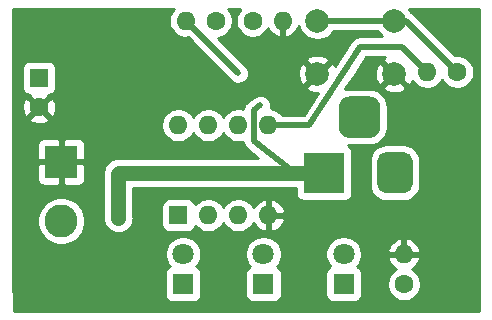
<source format=gbr>
G04 #@! TF.GenerationSoftware,KiCad,Pcbnew,(5.1.12-1-10_14)*
G04 #@! TF.CreationDate,2021-12-20T00:17:04-08:00*
G04 #@! TF.ProjectId,24h-timer-switch,3234682d-7469-46d6-9572-2d7377697463,1*
G04 #@! TF.SameCoordinates,Original*
G04 #@! TF.FileFunction,Copper,L2,Bot*
G04 #@! TF.FilePolarity,Positive*
%FSLAX46Y46*%
G04 Gerber Fmt 4.6, Leading zero omitted, Abs format (unit mm)*
G04 Created by KiCad (PCBNEW (5.1.12-1-10_14)) date 2021-12-20 00:17:04*
%MOMM*%
%LPD*%
G01*
G04 APERTURE LIST*
G04 #@! TA.AperFunction,ComponentPad*
%ADD10O,1.600000X1.600000*%
G04 #@! TD*
G04 #@! TA.AperFunction,ComponentPad*
%ADD11C,1.600000*%
G04 #@! TD*
G04 #@! TA.AperFunction,ComponentPad*
%ADD12C,1.800000*%
G04 #@! TD*
G04 #@! TA.AperFunction,ComponentPad*
%ADD13R,1.800000X1.800000*%
G04 #@! TD*
G04 #@! TA.AperFunction,ComponentPad*
%ADD14C,2.800000*%
G04 #@! TD*
G04 #@! TA.AperFunction,ComponentPad*
%ADD15R,2.800000X2.800000*%
G04 #@! TD*
G04 #@! TA.AperFunction,ComponentPad*
%ADD16R,1.600000X1.600000*%
G04 #@! TD*
G04 #@! TA.AperFunction,ComponentPad*
%ADD17C,2.000000*%
G04 #@! TD*
G04 #@! TA.AperFunction,ComponentPad*
%ADD18R,3.500000X3.500000*%
G04 #@! TD*
G04 #@! TA.AperFunction,ViaPad*
%ADD19C,0.508000*%
G04 #@! TD*
G04 #@! TA.AperFunction,ViaPad*
%ADD20C,1.270000*%
G04 #@! TD*
G04 #@! TA.AperFunction,Conductor*
%ADD21C,1.270000*%
G04 #@! TD*
G04 #@! TA.AperFunction,Conductor*
%ADD22C,0.508000*%
G04 #@! TD*
G04 #@! TA.AperFunction,Conductor*
%ADD23C,0.254000*%
G04 #@! TD*
G04 #@! TA.AperFunction,Conductor*
%ADD24C,0.152400*%
G04 #@! TD*
G04 APERTURE END LIST*
D10*
X139014200Y-71018400D03*
D11*
X136474200Y-71018400D03*
D12*
X144170400Y-90779600D03*
D13*
X144170400Y-93319600D03*
D12*
X137388600Y-90779600D03*
D13*
X137388600Y-93319600D03*
D12*
X130581400Y-90779600D03*
D13*
X130581400Y-93319600D03*
D14*
X120269000Y-87981800D03*
D15*
X120269000Y-82981800D03*
D10*
X130810000Y-71018400D03*
D11*
X133350000Y-71018400D03*
X118389400Y-78369800D03*
D16*
X118389400Y-75869800D03*
D10*
X130187700Y-79883000D03*
X137807700Y-87503000D03*
X132727700Y-79883000D03*
X135267700Y-87503000D03*
X135267700Y-79883000D03*
X132727700Y-87503000D03*
X137807700Y-79883000D03*
D16*
X130187700Y-87503000D03*
D17*
X148460600Y-71043800D03*
X148460600Y-75543800D03*
X141960600Y-71043800D03*
X141960600Y-75543800D03*
D10*
X149275800Y-90805000D03*
D11*
X149275800Y-93345000D03*
D10*
X151257000Y-75387200D03*
D11*
X153797000Y-75387200D03*
D18*
X142519400Y-83896200D03*
G04 #@! TA.AperFunction,ComponentPad*
G36*
G01*
X150019400Y-82896200D02*
X150019400Y-84896200D01*
G75*
G02*
X149269400Y-85646200I-750000J0D01*
G01*
X147769400Y-85646200D01*
G75*
G02*
X147019400Y-84896200I0J750000D01*
G01*
X147019400Y-82896200D01*
G75*
G02*
X147769400Y-82146200I750000J0D01*
G01*
X149269400Y-82146200D01*
G75*
G02*
X150019400Y-82896200I0J-750000D01*
G01*
G37*
G04 #@! TD.AperFunction*
G04 #@! TA.AperFunction,ComponentPad*
G36*
G01*
X147269400Y-78321200D02*
X147269400Y-80071200D01*
G75*
G02*
X146394400Y-80946200I-875000J0D01*
G01*
X144644400Y-80946200D01*
G75*
G02*
X143769400Y-80071200I0J875000D01*
G01*
X143769400Y-78321200D01*
G75*
G02*
X144644400Y-77446200I875000J0D01*
G01*
X146394400Y-77446200D01*
G75*
G02*
X147269400Y-78321200I0J-875000D01*
G01*
G37*
G04 #@! TD.AperFunction*
D19*
X129921000Y-77444600D03*
X122859800Y-78917800D03*
D20*
X129971800Y-73634600D03*
X125107700Y-87744300D03*
D19*
X137134600Y-78181200D03*
X135267700Y-75476100D03*
D21*
X142519400Y-83896200D02*
X125120400Y-83896200D01*
X125120400Y-83896200D02*
X125044200Y-83972400D01*
X125044200Y-87680800D02*
X125107700Y-87744300D01*
X125044200Y-83972400D02*
X125044200Y-87680800D01*
D22*
X140035426Y-83896200D02*
X142519400Y-83896200D01*
X136550400Y-81203800D02*
X140035426Y-83896200D01*
X136550400Y-78587600D02*
X136550400Y-81203800D01*
X137134600Y-78181200D02*
X136550400Y-78587600D01*
X135267700Y-75476100D02*
X130810000Y-71018400D01*
X135267700Y-75476100D02*
X135242300Y-75476100D01*
X149098000Y-73228200D02*
X151257000Y-75387200D01*
X145592800Y-73228200D02*
X149098000Y-73228200D01*
X141270412Y-79883000D02*
X145592800Y-73228200D01*
X137807700Y-79883000D02*
X141270412Y-79883000D01*
X130187700Y-87503000D02*
X130187700Y-87744300D01*
X141960600Y-71043800D02*
X148460600Y-71043800D01*
X141960600Y-71043800D02*
X144195800Y-71043800D01*
X149453600Y-71043800D02*
X148460600Y-71043800D01*
X153797000Y-75387200D02*
X149453600Y-71043800D01*
D23*
X129695363Y-70103641D02*
X129538320Y-70338673D01*
X129430147Y-70599826D01*
X129375000Y-70877065D01*
X129375000Y-71159735D01*
X129430147Y-71436974D01*
X129538320Y-71698127D01*
X129695363Y-71933159D01*
X129895241Y-72133037D01*
X130130273Y-72290080D01*
X130391426Y-72398253D01*
X130668665Y-72453400D01*
X130951335Y-72453400D01*
X130981721Y-72447356D01*
X134491270Y-75956906D01*
X134499547Y-75972391D01*
X134610641Y-76107759D01*
X134746009Y-76218853D01*
X134900449Y-76301403D01*
X135068026Y-76352236D01*
X135162004Y-76361492D01*
X135180141Y-76365100D01*
X135224040Y-76365100D01*
X135267700Y-76369400D01*
X135311360Y-76365100D01*
X135355259Y-76365100D01*
X135398309Y-76356537D01*
X135425375Y-76353871D01*
X135441975Y-76352236D01*
X135483963Y-76339499D01*
X135527012Y-76330936D01*
X135567557Y-76314141D01*
X135609551Y-76301403D01*
X135648257Y-76280714D01*
X135688799Y-76263921D01*
X135725285Y-76239542D01*
X135763991Y-76218853D01*
X135797915Y-76191012D01*
X135834404Y-76166631D01*
X135865436Y-76135599D01*
X135899359Y-76107759D01*
X135927199Y-76073836D01*
X135958231Y-76042804D01*
X135982612Y-76006315D01*
X136010453Y-75972391D01*
X136031142Y-75933685D01*
X136055521Y-75897199D01*
X136072314Y-75856657D01*
X136093003Y-75817951D01*
X136105741Y-75775957D01*
X136122536Y-75735412D01*
X136131099Y-75692363D01*
X136143836Y-75650374D01*
X136148137Y-75606709D01*
X136148199Y-75606395D01*
X140318882Y-75606395D01*
X140362639Y-75925475D01*
X140467805Y-76229888D01*
X140560786Y-76403844D01*
X140825187Y-76499608D01*
X141780995Y-75543800D01*
X140825187Y-74587992D01*
X140560786Y-74683756D01*
X140419896Y-74973371D01*
X140338216Y-75284908D01*
X140318882Y-75606395D01*
X136148199Y-75606395D01*
X136156700Y-75563659D01*
X136156700Y-75519767D01*
X136161001Y-75476100D01*
X136156700Y-75432433D01*
X136156700Y-75388541D01*
X136148137Y-75345491D01*
X136143836Y-75301826D01*
X136131099Y-75259837D01*
X136122536Y-75216788D01*
X136105741Y-75176243D01*
X136093003Y-75134249D01*
X136072314Y-75095543D01*
X136055521Y-75055001D01*
X136031142Y-75018515D01*
X136010453Y-74979809D01*
X135982612Y-74945885D01*
X135958231Y-74909396D01*
X135927199Y-74878364D01*
X135899359Y-74844441D01*
X135865442Y-74816606D01*
X135457223Y-74408387D01*
X141004792Y-74408387D01*
X141960600Y-75364195D01*
X142916408Y-74408387D01*
X142820644Y-74143986D01*
X142531029Y-74003096D01*
X142219492Y-73921416D01*
X141898005Y-73902082D01*
X141578925Y-73945839D01*
X141274512Y-74051005D01*
X141100556Y-74143986D01*
X141004792Y-74408387D01*
X135457223Y-74408387D01*
X133500427Y-72451591D01*
X133768574Y-72398253D01*
X134029727Y-72290080D01*
X134264759Y-72133037D01*
X134464637Y-71933159D01*
X134621680Y-71698127D01*
X134729853Y-71436974D01*
X134785000Y-71159735D01*
X134785000Y-70877065D01*
X134729853Y-70599826D01*
X134621680Y-70338673D01*
X134464637Y-70103641D01*
X134382446Y-70021450D01*
X135441754Y-70021450D01*
X135359563Y-70103641D01*
X135202520Y-70338673D01*
X135094347Y-70599826D01*
X135039200Y-70877065D01*
X135039200Y-71159735D01*
X135094347Y-71436974D01*
X135202520Y-71698127D01*
X135359563Y-71933159D01*
X135559441Y-72133037D01*
X135794473Y-72290080D01*
X136055626Y-72398253D01*
X136332865Y-72453400D01*
X136615535Y-72453400D01*
X136892774Y-72398253D01*
X137153927Y-72290080D01*
X137388959Y-72133037D01*
X137588837Y-71933159D01*
X137745880Y-71698127D01*
X137750557Y-71686835D01*
X137783163Y-71755820D01*
X137950681Y-71981814D01*
X138159069Y-72170785D01*
X138400319Y-72315470D01*
X138665160Y-72410309D01*
X138887200Y-72289024D01*
X138887200Y-71145400D01*
X138867200Y-71145400D01*
X138867200Y-70891400D01*
X138887200Y-70891400D01*
X138887200Y-70871400D01*
X139141200Y-70871400D01*
X139141200Y-70891400D01*
X139161200Y-70891400D01*
X139161200Y-71145400D01*
X139141200Y-71145400D01*
X139141200Y-72289024D01*
X139363240Y-72410309D01*
X139628081Y-72315470D01*
X139869331Y-72170785D01*
X140077719Y-71981814D01*
X140245237Y-71755820D01*
X140365446Y-71501487D01*
X140377019Y-71463333D01*
X140388432Y-71520712D01*
X140511682Y-71818263D01*
X140690613Y-72086052D01*
X140918348Y-72313787D01*
X141186137Y-72492718D01*
X141483688Y-72615968D01*
X141799567Y-72678800D01*
X142121633Y-72678800D01*
X142437512Y-72615968D01*
X142735063Y-72492718D01*
X143002852Y-72313787D01*
X143230587Y-72086052D01*
X143332987Y-71932800D01*
X147088213Y-71932800D01*
X147190613Y-72086052D01*
X147418348Y-72313787D01*
X147456381Y-72339200D01*
X145630666Y-72339200D01*
X145581174Y-72334975D01*
X145499934Y-72344046D01*
X145418526Y-72352064D01*
X145412937Y-72353759D01*
X145407137Y-72354407D01*
X145329231Y-72379151D01*
X145250949Y-72402897D01*
X145245799Y-72405650D01*
X145240235Y-72407417D01*
X145168633Y-72446896D01*
X145096509Y-72485447D01*
X145091996Y-72489151D01*
X145086883Y-72491970D01*
X145024351Y-72544665D01*
X144961141Y-72596541D01*
X144957437Y-72601054D01*
X144952973Y-72604816D01*
X144901919Y-72668703D01*
X144850047Y-72731909D01*
X144826631Y-72775718D01*
X143460669Y-74878768D01*
X143453395Y-74857712D01*
X143360414Y-74683756D01*
X143096013Y-74587992D01*
X142140205Y-75543800D01*
X142154348Y-75557943D01*
X141974743Y-75737548D01*
X141960600Y-75723405D01*
X141004792Y-76679213D01*
X141100556Y-76943614D01*
X141390171Y-77084504D01*
X141701708Y-77166184D01*
X141964688Y-77181999D01*
X140787768Y-78994000D01*
X138939549Y-78994000D01*
X138922337Y-78968241D01*
X138722459Y-78768363D01*
X138487427Y-78611320D01*
X138226274Y-78503147D01*
X137983495Y-78454855D01*
X137989436Y-78440512D01*
X137999631Y-78389261D01*
X138013849Y-78339015D01*
X138016666Y-78303616D01*
X138023600Y-78268759D01*
X138023600Y-78216502D01*
X138027743Y-78164449D01*
X138023600Y-78129178D01*
X138023600Y-78093641D01*
X138013406Y-78042395D01*
X138007314Y-77990527D01*
X137996369Y-77956740D01*
X137989436Y-77921888D01*
X137969437Y-77873607D01*
X137953345Y-77823933D01*
X137936021Y-77792935D01*
X137922421Y-77760101D01*
X137893394Y-77716658D01*
X137867915Y-77671068D01*
X137844871Y-77644039D01*
X137825131Y-77614496D01*
X137788183Y-77577548D01*
X137754302Y-77537808D01*
X137726431Y-77515796D01*
X137701304Y-77490669D01*
X137657864Y-77461643D01*
X137616876Y-77429272D01*
X137585240Y-77413117D01*
X137555699Y-77393379D01*
X137507430Y-77373385D01*
X137460915Y-77349633D01*
X137426743Y-77339963D01*
X137393912Y-77326364D01*
X137342655Y-77316168D01*
X137292413Y-77301951D01*
X137257017Y-77299134D01*
X137222159Y-77292200D01*
X137169900Y-77292200D01*
X137117847Y-77288057D01*
X137082576Y-77292200D01*
X137047041Y-77292200D01*
X136995798Y-77302393D01*
X136943925Y-77308486D01*
X136910133Y-77319433D01*
X136875288Y-77326364D01*
X136827022Y-77346357D01*
X136777331Y-77362454D01*
X136746322Y-77379784D01*
X136713501Y-77393379D01*
X136670069Y-77422399D01*
X136662769Y-77426479D01*
X136633726Y-77446683D01*
X136567896Y-77490669D01*
X136561953Y-77496612D01*
X136085439Y-77828101D01*
X136054109Y-77844847D01*
X136013729Y-77877986D01*
X136006878Y-77882752D01*
X135980014Y-77905655D01*
X135918741Y-77955941D01*
X135913402Y-77962447D01*
X135907008Y-77967898D01*
X135857926Y-78030045D01*
X135807647Y-78091310D01*
X135803683Y-78098726D01*
X135798472Y-78105324D01*
X135762451Y-78175865D01*
X135725097Y-78245750D01*
X135722655Y-78253800D01*
X135718833Y-78261285D01*
X135697265Y-78337502D01*
X135674264Y-78413327D01*
X135673440Y-78421694D01*
X135671150Y-78429786D01*
X135665638Y-78499042D01*
X135409035Y-78448000D01*
X135126365Y-78448000D01*
X134849126Y-78503147D01*
X134587973Y-78611320D01*
X134352941Y-78768363D01*
X134153063Y-78968241D01*
X133997700Y-79200759D01*
X133842337Y-78968241D01*
X133642459Y-78768363D01*
X133407427Y-78611320D01*
X133146274Y-78503147D01*
X132869035Y-78448000D01*
X132586365Y-78448000D01*
X132309126Y-78503147D01*
X132047973Y-78611320D01*
X131812941Y-78768363D01*
X131613063Y-78968241D01*
X131457700Y-79200759D01*
X131302337Y-78968241D01*
X131102459Y-78768363D01*
X130867427Y-78611320D01*
X130606274Y-78503147D01*
X130329035Y-78448000D01*
X130046365Y-78448000D01*
X129769126Y-78503147D01*
X129507973Y-78611320D01*
X129272941Y-78768363D01*
X129073063Y-78968241D01*
X128916020Y-79203273D01*
X128807847Y-79464426D01*
X128752700Y-79741665D01*
X128752700Y-80024335D01*
X128807847Y-80301574D01*
X128916020Y-80562727D01*
X129073063Y-80797759D01*
X129272941Y-80997637D01*
X129507973Y-81154680D01*
X129769126Y-81262853D01*
X130046365Y-81318000D01*
X130329035Y-81318000D01*
X130606274Y-81262853D01*
X130867427Y-81154680D01*
X131102459Y-80997637D01*
X131302337Y-80797759D01*
X131457700Y-80565241D01*
X131613063Y-80797759D01*
X131812941Y-80997637D01*
X132047973Y-81154680D01*
X132309126Y-81262853D01*
X132586365Y-81318000D01*
X132869035Y-81318000D01*
X133146274Y-81262853D01*
X133407427Y-81154680D01*
X133642459Y-80997637D01*
X133842337Y-80797759D01*
X133997700Y-80565241D01*
X134153063Y-80797759D01*
X134352941Y-80997637D01*
X134587973Y-81154680D01*
X134849126Y-81262853D01*
X135126365Y-81318000D01*
X135409035Y-81318000D01*
X135662892Y-81267504D01*
X135664364Y-81317487D01*
X135671250Y-81347466D01*
X135674265Y-81378074D01*
X135690808Y-81432610D01*
X135703568Y-81488160D01*
X135716170Y-81516218D01*
X135725098Y-81545651D01*
X135751963Y-81595913D01*
X135775315Y-81647905D01*
X135793149Y-81672966D01*
X135807648Y-81700091D01*
X135843807Y-81744151D01*
X135876850Y-81790583D01*
X135899226Y-81811679D01*
X135918742Y-81835459D01*
X135962806Y-81871622D01*
X135972341Y-81880611D01*
X135996537Y-81899304D01*
X136054110Y-81946553D01*
X136065748Y-81952773D01*
X136937426Y-82626200D01*
X125182772Y-82626200D01*
X125120399Y-82620057D01*
X125058027Y-82626200D01*
X125058020Y-82626200D01*
X124871437Y-82644577D01*
X124632041Y-82717197D01*
X124411412Y-82835125D01*
X124218030Y-82993830D01*
X124183682Y-83035682D01*
X124141830Y-83070030D01*
X123983125Y-83263413D01*
X123865197Y-83484042D01*
X123843870Y-83554349D01*
X123793036Y-83721926D01*
X123792577Y-83723438D01*
X123774200Y-83910021D01*
X123774200Y-83910027D01*
X123768057Y-83972400D01*
X123774200Y-84034773D01*
X123774201Y-87618417D01*
X123768057Y-87680800D01*
X123792577Y-87929763D01*
X123865198Y-88169159D01*
X123983126Y-88389788D01*
X124141831Y-88583170D01*
X124190281Y-88622932D01*
X124298122Y-88730773D01*
X124350265Y-88765614D01*
X124398713Y-88805374D01*
X124453986Y-88834918D01*
X124506129Y-88869759D01*
X124564067Y-88893758D01*
X124619342Y-88923303D01*
X124679317Y-88941496D01*
X124737255Y-88965495D01*
X124798761Y-88977729D01*
X124858738Y-88995923D01*
X124921114Y-89002067D01*
X124982616Y-89014300D01*
X125045320Y-89014300D01*
X125107700Y-89020444D01*
X125170080Y-89014300D01*
X125232784Y-89014300D01*
X125294285Y-89002067D01*
X125356663Y-88995923D01*
X125416641Y-88977729D01*
X125478145Y-88965495D01*
X125536080Y-88941497D01*
X125596059Y-88923303D01*
X125651336Y-88893756D01*
X125709271Y-88869759D01*
X125761413Y-88834919D01*
X125816687Y-88805374D01*
X125865136Y-88765613D01*
X125917278Y-88730773D01*
X125961617Y-88686434D01*
X126010070Y-88646670D01*
X126049834Y-88598217D01*
X126094173Y-88553878D01*
X126129013Y-88501736D01*
X126168774Y-88453287D01*
X126198319Y-88398013D01*
X126233159Y-88345871D01*
X126257156Y-88287936D01*
X126286703Y-88232659D01*
X126304897Y-88172680D01*
X126328895Y-88114745D01*
X126341129Y-88053241D01*
X126359323Y-87993263D01*
X126365467Y-87930885D01*
X126377700Y-87869384D01*
X126377700Y-87806680D01*
X126383844Y-87744300D01*
X126377700Y-87681920D01*
X126377700Y-87619216D01*
X126365467Y-87557714D01*
X126359323Y-87495338D01*
X126341129Y-87435361D01*
X126328895Y-87373855D01*
X126314200Y-87338378D01*
X126314200Y-86703000D01*
X128749628Y-86703000D01*
X128749628Y-88303000D01*
X128761888Y-88427482D01*
X128798198Y-88547180D01*
X128857163Y-88657494D01*
X128936515Y-88754185D01*
X129033206Y-88833537D01*
X129143520Y-88892502D01*
X129263218Y-88928812D01*
X129387700Y-88941072D01*
X130987700Y-88941072D01*
X131112182Y-88928812D01*
X131231880Y-88892502D01*
X131342194Y-88833537D01*
X131438885Y-88754185D01*
X131518237Y-88657494D01*
X131577202Y-88547180D01*
X131613512Y-88427482D01*
X131614343Y-88419039D01*
X131812941Y-88617637D01*
X132047973Y-88774680D01*
X132309126Y-88882853D01*
X132586365Y-88938000D01*
X132869035Y-88938000D01*
X133146274Y-88882853D01*
X133407427Y-88774680D01*
X133642459Y-88617637D01*
X133842337Y-88417759D01*
X133997700Y-88185241D01*
X134153063Y-88417759D01*
X134352941Y-88617637D01*
X134587973Y-88774680D01*
X134849126Y-88882853D01*
X135126365Y-88938000D01*
X135409035Y-88938000D01*
X135686274Y-88882853D01*
X135947427Y-88774680D01*
X136182459Y-88617637D01*
X136382337Y-88417759D01*
X136539380Y-88182727D01*
X136543767Y-88172135D01*
X136655315Y-88358131D01*
X136844286Y-88566519D01*
X137070280Y-88734037D01*
X137324613Y-88854246D01*
X137458661Y-88894904D01*
X137680700Y-88772915D01*
X137680700Y-87630000D01*
X137934700Y-87630000D01*
X137934700Y-88772915D01*
X138156739Y-88894904D01*
X138290787Y-88854246D01*
X138545120Y-88734037D01*
X138771114Y-88566519D01*
X138960085Y-88358131D01*
X139104770Y-88116881D01*
X139199609Y-87852040D01*
X139078324Y-87630000D01*
X137934700Y-87630000D01*
X137680700Y-87630000D01*
X137660700Y-87630000D01*
X137660700Y-87376000D01*
X137680700Y-87376000D01*
X137680700Y-86233085D01*
X137934700Y-86233085D01*
X137934700Y-87376000D01*
X139078324Y-87376000D01*
X139199609Y-87153960D01*
X139104770Y-86889119D01*
X138960085Y-86647869D01*
X138771114Y-86439481D01*
X138545120Y-86271963D01*
X138290787Y-86151754D01*
X138156739Y-86111096D01*
X137934700Y-86233085D01*
X137680700Y-86233085D01*
X137458661Y-86111096D01*
X137324613Y-86151754D01*
X137070280Y-86271963D01*
X136844286Y-86439481D01*
X136655315Y-86647869D01*
X136543767Y-86833865D01*
X136539380Y-86823273D01*
X136382337Y-86588241D01*
X136182459Y-86388363D01*
X135947427Y-86231320D01*
X135686274Y-86123147D01*
X135409035Y-86068000D01*
X135126365Y-86068000D01*
X134849126Y-86123147D01*
X134587973Y-86231320D01*
X134352941Y-86388363D01*
X134153063Y-86588241D01*
X133997700Y-86820759D01*
X133842337Y-86588241D01*
X133642459Y-86388363D01*
X133407427Y-86231320D01*
X133146274Y-86123147D01*
X132869035Y-86068000D01*
X132586365Y-86068000D01*
X132309126Y-86123147D01*
X132047973Y-86231320D01*
X131812941Y-86388363D01*
X131614343Y-86586961D01*
X131613512Y-86578518D01*
X131577202Y-86458820D01*
X131518237Y-86348506D01*
X131438885Y-86251815D01*
X131342194Y-86172463D01*
X131231880Y-86113498D01*
X131112182Y-86077188D01*
X130987700Y-86064928D01*
X129387700Y-86064928D01*
X129263218Y-86077188D01*
X129143520Y-86113498D01*
X129033206Y-86172463D01*
X128936515Y-86251815D01*
X128857163Y-86348506D01*
X128798198Y-86458820D01*
X128761888Y-86578518D01*
X128749628Y-86703000D01*
X126314200Y-86703000D01*
X126314200Y-85166200D01*
X140131328Y-85166200D01*
X140131328Y-85646200D01*
X140143588Y-85770682D01*
X140179898Y-85890380D01*
X140238863Y-86000694D01*
X140318215Y-86097385D01*
X140414906Y-86176737D01*
X140525220Y-86235702D01*
X140644918Y-86272012D01*
X140769400Y-86284272D01*
X144269400Y-86284272D01*
X144393882Y-86272012D01*
X144513580Y-86235702D01*
X144623894Y-86176737D01*
X144720585Y-86097385D01*
X144799937Y-86000694D01*
X144858902Y-85890380D01*
X144895212Y-85770682D01*
X144907472Y-85646200D01*
X144907472Y-82896200D01*
X146381328Y-82896200D01*
X146381328Y-84896200D01*
X146407999Y-85166999D01*
X146486989Y-85427392D01*
X146615260Y-85667371D01*
X146787885Y-85877715D01*
X146998229Y-86050340D01*
X147238208Y-86178611D01*
X147498601Y-86257601D01*
X147769400Y-86284272D01*
X149269400Y-86284272D01*
X149540199Y-86257601D01*
X149800592Y-86178611D01*
X150040571Y-86050340D01*
X150250915Y-85877715D01*
X150423540Y-85667371D01*
X150551811Y-85427392D01*
X150630801Y-85166999D01*
X150657472Y-84896200D01*
X150657472Y-82896200D01*
X150630801Y-82625401D01*
X150551811Y-82365008D01*
X150423540Y-82125029D01*
X150250915Y-81914685D01*
X150040571Y-81742060D01*
X149800592Y-81613789D01*
X149540199Y-81534799D01*
X149269400Y-81508128D01*
X147769400Y-81508128D01*
X147498601Y-81534799D01*
X147238208Y-81613789D01*
X146998229Y-81742060D01*
X146787885Y-81914685D01*
X146615260Y-82125029D01*
X146486989Y-82365008D01*
X146407999Y-82625401D01*
X146381328Y-82896200D01*
X144907472Y-82896200D01*
X144907472Y-82146200D01*
X144895212Y-82021718D01*
X144858902Y-81902020D01*
X144799937Y-81791706D01*
X144720585Y-81695015D01*
X144623894Y-81615663D01*
X144547269Y-81574706D01*
X144644400Y-81584272D01*
X146394400Y-81584272D01*
X146689586Y-81555199D01*
X146973428Y-81469096D01*
X147235018Y-81329273D01*
X147464303Y-81141103D01*
X147652473Y-80911818D01*
X147792296Y-80650228D01*
X147878399Y-80366386D01*
X147907472Y-80071200D01*
X147907472Y-78321200D01*
X147878399Y-78026014D01*
X147792296Y-77742172D01*
X147652473Y-77480582D01*
X147464303Y-77251297D01*
X147235018Y-77063127D01*
X146973428Y-76923304D01*
X146689586Y-76837201D01*
X146394400Y-76808128D01*
X144644400Y-76808128D01*
X144349214Y-76837201D01*
X144298839Y-76852482D01*
X144411379Y-76679213D01*
X147504792Y-76679213D01*
X147600556Y-76943614D01*
X147890171Y-77084504D01*
X148201708Y-77166184D01*
X148523195Y-77185518D01*
X148842275Y-77141761D01*
X149146688Y-77036595D01*
X149320644Y-76943614D01*
X149416408Y-76679213D01*
X148460600Y-75723405D01*
X147504792Y-76679213D01*
X144411379Y-76679213D01*
X145108190Y-75606395D01*
X146818882Y-75606395D01*
X146862639Y-75925475D01*
X146967805Y-76229888D01*
X147060786Y-76403844D01*
X147325187Y-76499608D01*
X148280995Y-75543800D01*
X147325187Y-74587992D01*
X147060786Y-74683756D01*
X146919896Y-74973371D01*
X146838216Y-75284908D01*
X146818882Y-75606395D01*
X145108190Y-75606395D01*
X146075444Y-74117200D01*
X147650669Y-74117200D01*
X147600556Y-74143986D01*
X147504792Y-74408387D01*
X148460600Y-75364195D01*
X148474743Y-75350053D01*
X148654348Y-75529658D01*
X148640205Y-75543800D01*
X149596013Y-76499608D01*
X149860414Y-76403844D01*
X150001304Y-76114229D01*
X150005706Y-76097438D01*
X150142363Y-76301959D01*
X150342241Y-76501837D01*
X150577273Y-76658880D01*
X150838426Y-76767053D01*
X151115665Y-76822200D01*
X151398335Y-76822200D01*
X151675574Y-76767053D01*
X151936727Y-76658880D01*
X152171759Y-76501837D01*
X152371637Y-76301959D01*
X152527000Y-76069441D01*
X152682363Y-76301959D01*
X152882241Y-76501837D01*
X153117273Y-76658880D01*
X153378426Y-76767053D01*
X153655665Y-76822200D01*
X153938335Y-76822200D01*
X154215574Y-76767053D01*
X154476727Y-76658880D01*
X154711759Y-76501837D01*
X154911637Y-76301959D01*
X155068680Y-76066927D01*
X155176853Y-75805774D01*
X155232000Y-75528535D01*
X155232000Y-75245865D01*
X155176853Y-74968626D01*
X155068680Y-74707473D01*
X154911637Y-74472441D01*
X154711759Y-74272563D01*
X154476727Y-74115520D01*
X154215574Y-74007347D01*
X153938335Y-73952200D01*
X153655665Y-73952200D01*
X153625280Y-73958244D01*
X150113099Y-70446064D01*
X150085259Y-70412141D01*
X149949891Y-70301047D01*
X149914907Y-70282348D01*
X149909518Y-70269337D01*
X149743885Y-70021450D01*
X155597350Y-70021450D01*
X155597351Y-95595950D01*
X116223432Y-95595950D01*
X116220432Y-92419600D01*
X129043328Y-92419600D01*
X129043328Y-94219600D01*
X129055588Y-94344082D01*
X129091898Y-94463780D01*
X129150863Y-94574094D01*
X129230215Y-94670785D01*
X129326906Y-94750137D01*
X129437220Y-94809102D01*
X129556918Y-94845412D01*
X129681400Y-94857672D01*
X131481400Y-94857672D01*
X131605882Y-94845412D01*
X131725580Y-94809102D01*
X131835894Y-94750137D01*
X131932585Y-94670785D01*
X132011937Y-94574094D01*
X132070902Y-94463780D01*
X132107212Y-94344082D01*
X132119472Y-94219600D01*
X132119472Y-92419600D01*
X135850528Y-92419600D01*
X135850528Y-94219600D01*
X135862788Y-94344082D01*
X135899098Y-94463780D01*
X135958063Y-94574094D01*
X136037415Y-94670785D01*
X136134106Y-94750137D01*
X136244420Y-94809102D01*
X136364118Y-94845412D01*
X136488600Y-94857672D01*
X138288600Y-94857672D01*
X138413082Y-94845412D01*
X138532780Y-94809102D01*
X138643094Y-94750137D01*
X138739785Y-94670785D01*
X138819137Y-94574094D01*
X138878102Y-94463780D01*
X138914412Y-94344082D01*
X138926672Y-94219600D01*
X138926672Y-92419600D01*
X142632328Y-92419600D01*
X142632328Y-94219600D01*
X142644588Y-94344082D01*
X142680898Y-94463780D01*
X142739863Y-94574094D01*
X142819215Y-94670785D01*
X142915906Y-94750137D01*
X143026220Y-94809102D01*
X143145918Y-94845412D01*
X143270400Y-94857672D01*
X145070400Y-94857672D01*
X145194882Y-94845412D01*
X145314580Y-94809102D01*
X145424894Y-94750137D01*
X145521585Y-94670785D01*
X145600937Y-94574094D01*
X145659902Y-94463780D01*
X145696212Y-94344082D01*
X145708472Y-94219600D01*
X145708472Y-93203665D01*
X147840800Y-93203665D01*
X147840800Y-93486335D01*
X147895947Y-93763574D01*
X148004120Y-94024727D01*
X148161163Y-94259759D01*
X148361041Y-94459637D01*
X148596073Y-94616680D01*
X148857226Y-94724853D01*
X149134465Y-94780000D01*
X149417135Y-94780000D01*
X149694374Y-94724853D01*
X149955527Y-94616680D01*
X150190559Y-94459637D01*
X150390437Y-94259759D01*
X150547480Y-94024727D01*
X150655653Y-93763574D01*
X150710800Y-93486335D01*
X150710800Y-93203665D01*
X150655653Y-92926426D01*
X150547480Y-92665273D01*
X150390437Y-92430241D01*
X150190559Y-92230363D01*
X149955527Y-92073320D01*
X149944235Y-92068643D01*
X150013220Y-92036037D01*
X150239214Y-91868519D01*
X150428185Y-91660131D01*
X150572870Y-91418881D01*
X150667709Y-91154040D01*
X150546424Y-90932000D01*
X149402800Y-90932000D01*
X149402800Y-90952000D01*
X149148800Y-90952000D01*
X149148800Y-90932000D01*
X148005176Y-90932000D01*
X147883891Y-91154040D01*
X147978730Y-91418881D01*
X148123415Y-91660131D01*
X148312386Y-91868519D01*
X148538380Y-92036037D01*
X148607365Y-92068643D01*
X148596073Y-92073320D01*
X148361041Y-92230363D01*
X148161163Y-92430241D01*
X148004120Y-92665273D01*
X147895947Y-92926426D01*
X147840800Y-93203665D01*
X145708472Y-93203665D01*
X145708472Y-92419600D01*
X145696212Y-92295118D01*
X145659902Y-92175420D01*
X145600937Y-92065106D01*
X145521585Y-91968415D01*
X145424894Y-91889063D01*
X145314580Y-91830098D01*
X145296273Y-91824544D01*
X145362712Y-91758105D01*
X145530699Y-91506695D01*
X145646411Y-91227343D01*
X145705400Y-90930784D01*
X145705400Y-90628416D01*
X145671097Y-90455960D01*
X147883891Y-90455960D01*
X148005176Y-90678000D01*
X149148800Y-90678000D01*
X149148800Y-89535085D01*
X149402800Y-89535085D01*
X149402800Y-90678000D01*
X150546424Y-90678000D01*
X150667709Y-90455960D01*
X150572870Y-90191119D01*
X150428185Y-89949869D01*
X150239214Y-89741481D01*
X150013220Y-89573963D01*
X149758887Y-89453754D01*
X149624839Y-89413096D01*
X149402800Y-89535085D01*
X149148800Y-89535085D01*
X148926761Y-89413096D01*
X148792713Y-89453754D01*
X148538380Y-89573963D01*
X148312386Y-89741481D01*
X148123415Y-89949869D01*
X147978730Y-90191119D01*
X147883891Y-90455960D01*
X145671097Y-90455960D01*
X145646411Y-90331857D01*
X145530699Y-90052505D01*
X145362712Y-89801095D01*
X145148905Y-89587288D01*
X144897495Y-89419301D01*
X144618143Y-89303589D01*
X144321584Y-89244600D01*
X144019216Y-89244600D01*
X143722657Y-89303589D01*
X143443305Y-89419301D01*
X143191895Y-89587288D01*
X142978088Y-89801095D01*
X142810101Y-90052505D01*
X142694389Y-90331857D01*
X142635400Y-90628416D01*
X142635400Y-90930784D01*
X142694389Y-91227343D01*
X142810101Y-91506695D01*
X142978088Y-91758105D01*
X143044527Y-91824544D01*
X143026220Y-91830098D01*
X142915906Y-91889063D01*
X142819215Y-91968415D01*
X142739863Y-92065106D01*
X142680898Y-92175420D01*
X142644588Y-92295118D01*
X142632328Y-92419600D01*
X138926672Y-92419600D01*
X138914412Y-92295118D01*
X138878102Y-92175420D01*
X138819137Y-92065106D01*
X138739785Y-91968415D01*
X138643094Y-91889063D01*
X138532780Y-91830098D01*
X138514473Y-91824544D01*
X138580912Y-91758105D01*
X138748899Y-91506695D01*
X138864611Y-91227343D01*
X138923600Y-90930784D01*
X138923600Y-90628416D01*
X138864611Y-90331857D01*
X138748899Y-90052505D01*
X138580912Y-89801095D01*
X138367105Y-89587288D01*
X138115695Y-89419301D01*
X137836343Y-89303589D01*
X137539784Y-89244600D01*
X137237416Y-89244600D01*
X136940857Y-89303589D01*
X136661505Y-89419301D01*
X136410095Y-89587288D01*
X136196288Y-89801095D01*
X136028301Y-90052505D01*
X135912589Y-90331857D01*
X135853600Y-90628416D01*
X135853600Y-90930784D01*
X135912589Y-91227343D01*
X136028301Y-91506695D01*
X136196288Y-91758105D01*
X136262727Y-91824544D01*
X136244420Y-91830098D01*
X136134106Y-91889063D01*
X136037415Y-91968415D01*
X135958063Y-92065106D01*
X135899098Y-92175420D01*
X135862788Y-92295118D01*
X135850528Y-92419600D01*
X132119472Y-92419600D01*
X132107212Y-92295118D01*
X132070902Y-92175420D01*
X132011937Y-92065106D01*
X131932585Y-91968415D01*
X131835894Y-91889063D01*
X131725580Y-91830098D01*
X131707273Y-91824544D01*
X131773712Y-91758105D01*
X131941699Y-91506695D01*
X132057411Y-91227343D01*
X132116400Y-90930784D01*
X132116400Y-90628416D01*
X132057411Y-90331857D01*
X131941699Y-90052505D01*
X131773712Y-89801095D01*
X131559905Y-89587288D01*
X131308495Y-89419301D01*
X131029143Y-89303589D01*
X130732584Y-89244600D01*
X130430216Y-89244600D01*
X130133657Y-89303589D01*
X129854305Y-89419301D01*
X129602895Y-89587288D01*
X129389088Y-89801095D01*
X129221101Y-90052505D01*
X129105389Y-90331857D01*
X129046400Y-90628416D01*
X129046400Y-90930784D01*
X129105389Y-91227343D01*
X129221101Y-91506695D01*
X129389088Y-91758105D01*
X129455527Y-91824544D01*
X129437220Y-91830098D01*
X129326906Y-91889063D01*
X129230215Y-91968415D01*
X129150863Y-92065106D01*
X129091898Y-92175420D01*
X129055588Y-92295118D01*
X129043328Y-92419600D01*
X116220432Y-92419600D01*
X116216050Y-87781370D01*
X118234000Y-87781370D01*
X118234000Y-88182230D01*
X118312204Y-88575387D01*
X118465607Y-88945734D01*
X118688313Y-89279037D01*
X118971763Y-89562487D01*
X119305066Y-89785193D01*
X119675413Y-89938596D01*
X120068570Y-90016800D01*
X120469430Y-90016800D01*
X120862587Y-89938596D01*
X121232934Y-89785193D01*
X121566237Y-89562487D01*
X121849687Y-89279037D01*
X122072393Y-88945734D01*
X122225796Y-88575387D01*
X122304000Y-88182230D01*
X122304000Y-87781370D01*
X122225796Y-87388213D01*
X122072393Y-87017866D01*
X121849687Y-86684563D01*
X121566237Y-86401113D01*
X121232934Y-86178407D01*
X120862587Y-86025004D01*
X120469430Y-85946800D01*
X120068570Y-85946800D01*
X119675413Y-86025004D01*
X119305066Y-86178407D01*
X118971763Y-86401113D01*
X118688313Y-86684563D01*
X118465607Y-87017866D01*
X118312204Y-87388213D01*
X118234000Y-87781370D01*
X116216050Y-87781370D01*
X116212838Y-84381800D01*
X118230928Y-84381800D01*
X118243188Y-84506282D01*
X118279498Y-84625980D01*
X118338463Y-84736294D01*
X118417815Y-84832985D01*
X118514506Y-84912337D01*
X118624820Y-84971302D01*
X118744518Y-85007612D01*
X118869000Y-85019872D01*
X119983250Y-85016800D01*
X120142000Y-84858050D01*
X120142000Y-83108800D01*
X120396000Y-83108800D01*
X120396000Y-84858050D01*
X120554750Y-85016800D01*
X121669000Y-85019872D01*
X121793482Y-85007612D01*
X121913180Y-84971302D01*
X122023494Y-84912337D01*
X122120185Y-84832985D01*
X122199537Y-84736294D01*
X122258502Y-84625980D01*
X122294812Y-84506282D01*
X122307072Y-84381800D01*
X122304000Y-83267550D01*
X122145250Y-83108800D01*
X120396000Y-83108800D01*
X120142000Y-83108800D01*
X118392750Y-83108800D01*
X118234000Y-83267550D01*
X118230928Y-84381800D01*
X116212838Y-84381800D01*
X116210193Y-81581800D01*
X118230928Y-81581800D01*
X118234000Y-82696050D01*
X118392750Y-82854800D01*
X120142000Y-82854800D01*
X120142000Y-81105550D01*
X120396000Y-81105550D01*
X120396000Y-82854800D01*
X122145250Y-82854800D01*
X122304000Y-82696050D01*
X122307072Y-81581800D01*
X122294812Y-81457318D01*
X122258502Y-81337620D01*
X122199537Y-81227306D01*
X122120185Y-81130615D01*
X122023494Y-81051263D01*
X121913180Y-80992298D01*
X121793482Y-80955988D01*
X121669000Y-80943728D01*
X120554750Y-80946800D01*
X120396000Y-81105550D01*
X120142000Y-81105550D01*
X119983250Y-80946800D01*
X118869000Y-80943728D01*
X118744518Y-80955988D01*
X118624820Y-80992298D01*
X118514506Y-81051263D01*
X118417815Y-81130615D01*
X118338463Y-81227306D01*
X118279498Y-81337620D01*
X118243188Y-81457318D01*
X118230928Y-81581800D01*
X116210193Y-81581800D01*
X116208095Y-79362502D01*
X117576303Y-79362502D01*
X117647886Y-79606471D01*
X117903396Y-79727371D01*
X118177584Y-79796100D01*
X118459912Y-79810017D01*
X118739530Y-79768587D01*
X119005692Y-79673403D01*
X119130914Y-79606471D01*
X119202497Y-79362502D01*
X118389400Y-78549405D01*
X117576303Y-79362502D01*
X116208095Y-79362502D01*
X116207223Y-78440312D01*
X116949183Y-78440312D01*
X116990613Y-78719930D01*
X117085797Y-78986092D01*
X117152729Y-79111314D01*
X117396698Y-79182897D01*
X118209795Y-78369800D01*
X118569005Y-78369800D01*
X119382102Y-79182897D01*
X119626071Y-79111314D01*
X119746971Y-78855804D01*
X119815700Y-78581616D01*
X119829617Y-78299288D01*
X119788187Y-78019670D01*
X119693003Y-77753508D01*
X119626071Y-77628286D01*
X119382102Y-77556703D01*
X118569005Y-78369800D01*
X118209795Y-78369800D01*
X117396698Y-77556703D01*
X117152729Y-77628286D01*
X117031829Y-77883796D01*
X116963100Y-78157984D01*
X116949183Y-78440312D01*
X116207223Y-78440312D01*
X116204039Y-75069800D01*
X116951328Y-75069800D01*
X116951328Y-76669800D01*
X116963588Y-76794282D01*
X116999898Y-76913980D01*
X117058863Y-77024294D01*
X117138215Y-77120985D01*
X117234906Y-77200337D01*
X117345220Y-77259302D01*
X117464918Y-77295612D01*
X117589400Y-77307872D01*
X117596615Y-77307872D01*
X117576303Y-77377098D01*
X118389400Y-78190195D01*
X119202497Y-77377098D01*
X119182185Y-77307872D01*
X119189400Y-77307872D01*
X119313882Y-77295612D01*
X119433580Y-77259302D01*
X119543894Y-77200337D01*
X119640585Y-77120985D01*
X119719937Y-77024294D01*
X119778902Y-76913980D01*
X119815212Y-76794282D01*
X119827472Y-76669800D01*
X119827472Y-75069800D01*
X119815212Y-74945318D01*
X119778902Y-74825620D01*
X119719937Y-74715306D01*
X119640585Y-74618615D01*
X119543894Y-74539263D01*
X119433580Y-74480298D01*
X119313882Y-74443988D01*
X119189400Y-74431728D01*
X117589400Y-74431728D01*
X117464918Y-74443988D01*
X117345220Y-74480298D01*
X117234906Y-74539263D01*
X117138215Y-74618615D01*
X117058863Y-74715306D01*
X116999898Y-74825620D01*
X116963588Y-74945318D01*
X116951328Y-75069800D01*
X116204039Y-75069800D01*
X116199268Y-70021450D01*
X129777554Y-70021450D01*
X129695363Y-70103641D01*
G04 #@! TA.AperFunction,Conductor*
D24*
G36*
X129695363Y-70103641D02*
G01*
X129538320Y-70338673D01*
X129430147Y-70599826D01*
X129375000Y-70877065D01*
X129375000Y-71159735D01*
X129430147Y-71436974D01*
X129538320Y-71698127D01*
X129695363Y-71933159D01*
X129895241Y-72133037D01*
X130130273Y-72290080D01*
X130391426Y-72398253D01*
X130668665Y-72453400D01*
X130951335Y-72453400D01*
X130981721Y-72447356D01*
X134491270Y-75956906D01*
X134499547Y-75972391D01*
X134610641Y-76107759D01*
X134746009Y-76218853D01*
X134900449Y-76301403D01*
X135068026Y-76352236D01*
X135162004Y-76361492D01*
X135180141Y-76365100D01*
X135224040Y-76365100D01*
X135267700Y-76369400D01*
X135311360Y-76365100D01*
X135355259Y-76365100D01*
X135398309Y-76356537D01*
X135425375Y-76353871D01*
X135441975Y-76352236D01*
X135483963Y-76339499D01*
X135527012Y-76330936D01*
X135567557Y-76314141D01*
X135609551Y-76301403D01*
X135648257Y-76280714D01*
X135688799Y-76263921D01*
X135725285Y-76239542D01*
X135763991Y-76218853D01*
X135797915Y-76191012D01*
X135834404Y-76166631D01*
X135865436Y-76135599D01*
X135899359Y-76107759D01*
X135927199Y-76073836D01*
X135958231Y-76042804D01*
X135982612Y-76006315D01*
X136010453Y-75972391D01*
X136031142Y-75933685D01*
X136055521Y-75897199D01*
X136072314Y-75856657D01*
X136093003Y-75817951D01*
X136105741Y-75775957D01*
X136122536Y-75735412D01*
X136131099Y-75692363D01*
X136143836Y-75650374D01*
X136148137Y-75606709D01*
X136148199Y-75606395D01*
X140318882Y-75606395D01*
X140362639Y-75925475D01*
X140467805Y-76229888D01*
X140560786Y-76403844D01*
X140825187Y-76499608D01*
X141780995Y-75543800D01*
X140825187Y-74587992D01*
X140560786Y-74683756D01*
X140419896Y-74973371D01*
X140338216Y-75284908D01*
X140318882Y-75606395D01*
X136148199Y-75606395D01*
X136156700Y-75563659D01*
X136156700Y-75519767D01*
X136161001Y-75476100D01*
X136156700Y-75432433D01*
X136156700Y-75388541D01*
X136148137Y-75345491D01*
X136143836Y-75301826D01*
X136131099Y-75259837D01*
X136122536Y-75216788D01*
X136105741Y-75176243D01*
X136093003Y-75134249D01*
X136072314Y-75095543D01*
X136055521Y-75055001D01*
X136031142Y-75018515D01*
X136010453Y-74979809D01*
X135982612Y-74945885D01*
X135958231Y-74909396D01*
X135927199Y-74878364D01*
X135899359Y-74844441D01*
X135865442Y-74816606D01*
X135457223Y-74408387D01*
X141004792Y-74408387D01*
X141960600Y-75364195D01*
X142916408Y-74408387D01*
X142820644Y-74143986D01*
X142531029Y-74003096D01*
X142219492Y-73921416D01*
X141898005Y-73902082D01*
X141578925Y-73945839D01*
X141274512Y-74051005D01*
X141100556Y-74143986D01*
X141004792Y-74408387D01*
X135457223Y-74408387D01*
X133500427Y-72451591D01*
X133768574Y-72398253D01*
X134029727Y-72290080D01*
X134264759Y-72133037D01*
X134464637Y-71933159D01*
X134621680Y-71698127D01*
X134729853Y-71436974D01*
X134785000Y-71159735D01*
X134785000Y-70877065D01*
X134729853Y-70599826D01*
X134621680Y-70338673D01*
X134464637Y-70103641D01*
X134382446Y-70021450D01*
X135441754Y-70021450D01*
X135359563Y-70103641D01*
X135202520Y-70338673D01*
X135094347Y-70599826D01*
X135039200Y-70877065D01*
X135039200Y-71159735D01*
X135094347Y-71436974D01*
X135202520Y-71698127D01*
X135359563Y-71933159D01*
X135559441Y-72133037D01*
X135794473Y-72290080D01*
X136055626Y-72398253D01*
X136332865Y-72453400D01*
X136615535Y-72453400D01*
X136892774Y-72398253D01*
X137153927Y-72290080D01*
X137388959Y-72133037D01*
X137588837Y-71933159D01*
X137745880Y-71698127D01*
X137750557Y-71686835D01*
X137783163Y-71755820D01*
X137950681Y-71981814D01*
X138159069Y-72170785D01*
X138400319Y-72315470D01*
X138665160Y-72410309D01*
X138887200Y-72289024D01*
X138887200Y-71145400D01*
X138867200Y-71145400D01*
X138867200Y-70891400D01*
X138887200Y-70891400D01*
X138887200Y-70871400D01*
X139141200Y-70871400D01*
X139141200Y-70891400D01*
X139161200Y-70891400D01*
X139161200Y-71145400D01*
X139141200Y-71145400D01*
X139141200Y-72289024D01*
X139363240Y-72410309D01*
X139628081Y-72315470D01*
X139869331Y-72170785D01*
X140077719Y-71981814D01*
X140245237Y-71755820D01*
X140365446Y-71501487D01*
X140377019Y-71463333D01*
X140388432Y-71520712D01*
X140511682Y-71818263D01*
X140690613Y-72086052D01*
X140918348Y-72313787D01*
X141186137Y-72492718D01*
X141483688Y-72615968D01*
X141799567Y-72678800D01*
X142121633Y-72678800D01*
X142437512Y-72615968D01*
X142735063Y-72492718D01*
X143002852Y-72313787D01*
X143230587Y-72086052D01*
X143332987Y-71932800D01*
X147088213Y-71932800D01*
X147190613Y-72086052D01*
X147418348Y-72313787D01*
X147456381Y-72339200D01*
X145630666Y-72339200D01*
X145581174Y-72334975D01*
X145499934Y-72344046D01*
X145418526Y-72352064D01*
X145412937Y-72353759D01*
X145407137Y-72354407D01*
X145329231Y-72379151D01*
X145250949Y-72402897D01*
X145245799Y-72405650D01*
X145240235Y-72407417D01*
X145168633Y-72446896D01*
X145096509Y-72485447D01*
X145091996Y-72489151D01*
X145086883Y-72491970D01*
X145024351Y-72544665D01*
X144961141Y-72596541D01*
X144957437Y-72601054D01*
X144952973Y-72604816D01*
X144901919Y-72668703D01*
X144850047Y-72731909D01*
X144826631Y-72775718D01*
X143460669Y-74878768D01*
X143453395Y-74857712D01*
X143360414Y-74683756D01*
X143096013Y-74587992D01*
X142140205Y-75543800D01*
X142154348Y-75557943D01*
X141974743Y-75737548D01*
X141960600Y-75723405D01*
X141004792Y-76679213D01*
X141100556Y-76943614D01*
X141390171Y-77084504D01*
X141701708Y-77166184D01*
X141964688Y-77181999D01*
X140787768Y-78994000D01*
X138939549Y-78994000D01*
X138922337Y-78968241D01*
X138722459Y-78768363D01*
X138487427Y-78611320D01*
X138226274Y-78503147D01*
X137983495Y-78454855D01*
X137989436Y-78440512D01*
X137999631Y-78389261D01*
X138013849Y-78339015D01*
X138016666Y-78303616D01*
X138023600Y-78268759D01*
X138023600Y-78216502D01*
X138027743Y-78164449D01*
X138023600Y-78129178D01*
X138023600Y-78093641D01*
X138013406Y-78042395D01*
X138007314Y-77990527D01*
X137996369Y-77956740D01*
X137989436Y-77921888D01*
X137969437Y-77873607D01*
X137953345Y-77823933D01*
X137936021Y-77792935D01*
X137922421Y-77760101D01*
X137893394Y-77716658D01*
X137867915Y-77671068D01*
X137844871Y-77644039D01*
X137825131Y-77614496D01*
X137788183Y-77577548D01*
X137754302Y-77537808D01*
X137726431Y-77515796D01*
X137701304Y-77490669D01*
X137657864Y-77461643D01*
X137616876Y-77429272D01*
X137585240Y-77413117D01*
X137555699Y-77393379D01*
X137507430Y-77373385D01*
X137460915Y-77349633D01*
X137426743Y-77339963D01*
X137393912Y-77326364D01*
X137342655Y-77316168D01*
X137292413Y-77301951D01*
X137257017Y-77299134D01*
X137222159Y-77292200D01*
X137169900Y-77292200D01*
X137117847Y-77288057D01*
X137082576Y-77292200D01*
X137047041Y-77292200D01*
X136995798Y-77302393D01*
X136943925Y-77308486D01*
X136910133Y-77319433D01*
X136875288Y-77326364D01*
X136827022Y-77346357D01*
X136777331Y-77362454D01*
X136746322Y-77379784D01*
X136713501Y-77393379D01*
X136670069Y-77422399D01*
X136662769Y-77426479D01*
X136633726Y-77446683D01*
X136567896Y-77490669D01*
X136561953Y-77496612D01*
X136085439Y-77828101D01*
X136054109Y-77844847D01*
X136013729Y-77877986D01*
X136006878Y-77882752D01*
X135980014Y-77905655D01*
X135918741Y-77955941D01*
X135913402Y-77962447D01*
X135907008Y-77967898D01*
X135857926Y-78030045D01*
X135807647Y-78091310D01*
X135803683Y-78098726D01*
X135798472Y-78105324D01*
X135762451Y-78175865D01*
X135725097Y-78245750D01*
X135722655Y-78253800D01*
X135718833Y-78261285D01*
X135697265Y-78337502D01*
X135674264Y-78413327D01*
X135673440Y-78421694D01*
X135671150Y-78429786D01*
X135665638Y-78499042D01*
X135409035Y-78448000D01*
X135126365Y-78448000D01*
X134849126Y-78503147D01*
X134587973Y-78611320D01*
X134352941Y-78768363D01*
X134153063Y-78968241D01*
X133997700Y-79200759D01*
X133842337Y-78968241D01*
X133642459Y-78768363D01*
X133407427Y-78611320D01*
X133146274Y-78503147D01*
X132869035Y-78448000D01*
X132586365Y-78448000D01*
X132309126Y-78503147D01*
X132047973Y-78611320D01*
X131812941Y-78768363D01*
X131613063Y-78968241D01*
X131457700Y-79200759D01*
X131302337Y-78968241D01*
X131102459Y-78768363D01*
X130867427Y-78611320D01*
X130606274Y-78503147D01*
X130329035Y-78448000D01*
X130046365Y-78448000D01*
X129769126Y-78503147D01*
X129507973Y-78611320D01*
X129272941Y-78768363D01*
X129073063Y-78968241D01*
X128916020Y-79203273D01*
X128807847Y-79464426D01*
X128752700Y-79741665D01*
X128752700Y-80024335D01*
X128807847Y-80301574D01*
X128916020Y-80562727D01*
X129073063Y-80797759D01*
X129272941Y-80997637D01*
X129507973Y-81154680D01*
X129769126Y-81262853D01*
X130046365Y-81318000D01*
X130329035Y-81318000D01*
X130606274Y-81262853D01*
X130867427Y-81154680D01*
X131102459Y-80997637D01*
X131302337Y-80797759D01*
X131457700Y-80565241D01*
X131613063Y-80797759D01*
X131812941Y-80997637D01*
X132047973Y-81154680D01*
X132309126Y-81262853D01*
X132586365Y-81318000D01*
X132869035Y-81318000D01*
X133146274Y-81262853D01*
X133407427Y-81154680D01*
X133642459Y-80997637D01*
X133842337Y-80797759D01*
X133997700Y-80565241D01*
X134153063Y-80797759D01*
X134352941Y-80997637D01*
X134587973Y-81154680D01*
X134849126Y-81262853D01*
X135126365Y-81318000D01*
X135409035Y-81318000D01*
X135662892Y-81267504D01*
X135664364Y-81317487D01*
X135671250Y-81347466D01*
X135674265Y-81378074D01*
X135690808Y-81432610D01*
X135703568Y-81488160D01*
X135716170Y-81516218D01*
X135725098Y-81545651D01*
X135751963Y-81595913D01*
X135775315Y-81647905D01*
X135793149Y-81672966D01*
X135807648Y-81700091D01*
X135843807Y-81744151D01*
X135876850Y-81790583D01*
X135899226Y-81811679D01*
X135918742Y-81835459D01*
X135962806Y-81871622D01*
X135972341Y-81880611D01*
X135996537Y-81899304D01*
X136054110Y-81946553D01*
X136065748Y-81952773D01*
X136937426Y-82626200D01*
X125182772Y-82626200D01*
X125120399Y-82620057D01*
X125058027Y-82626200D01*
X125058020Y-82626200D01*
X124871437Y-82644577D01*
X124632041Y-82717197D01*
X124411412Y-82835125D01*
X124218030Y-82993830D01*
X124183682Y-83035682D01*
X124141830Y-83070030D01*
X123983125Y-83263413D01*
X123865197Y-83484042D01*
X123843870Y-83554349D01*
X123793036Y-83721926D01*
X123792577Y-83723438D01*
X123774200Y-83910021D01*
X123774200Y-83910027D01*
X123768057Y-83972400D01*
X123774200Y-84034773D01*
X123774201Y-87618417D01*
X123768057Y-87680800D01*
X123792577Y-87929763D01*
X123865198Y-88169159D01*
X123983126Y-88389788D01*
X124141831Y-88583170D01*
X124190281Y-88622932D01*
X124298122Y-88730773D01*
X124350265Y-88765614D01*
X124398713Y-88805374D01*
X124453986Y-88834918D01*
X124506129Y-88869759D01*
X124564067Y-88893758D01*
X124619342Y-88923303D01*
X124679317Y-88941496D01*
X124737255Y-88965495D01*
X124798761Y-88977729D01*
X124858738Y-88995923D01*
X124921114Y-89002067D01*
X124982616Y-89014300D01*
X125045320Y-89014300D01*
X125107700Y-89020444D01*
X125170080Y-89014300D01*
X125232784Y-89014300D01*
X125294285Y-89002067D01*
X125356663Y-88995923D01*
X125416641Y-88977729D01*
X125478145Y-88965495D01*
X125536080Y-88941497D01*
X125596059Y-88923303D01*
X125651336Y-88893756D01*
X125709271Y-88869759D01*
X125761413Y-88834919D01*
X125816687Y-88805374D01*
X125865136Y-88765613D01*
X125917278Y-88730773D01*
X125961617Y-88686434D01*
X126010070Y-88646670D01*
X126049834Y-88598217D01*
X126094173Y-88553878D01*
X126129013Y-88501736D01*
X126168774Y-88453287D01*
X126198319Y-88398013D01*
X126233159Y-88345871D01*
X126257156Y-88287936D01*
X126286703Y-88232659D01*
X126304897Y-88172680D01*
X126328895Y-88114745D01*
X126341129Y-88053241D01*
X126359323Y-87993263D01*
X126365467Y-87930885D01*
X126377700Y-87869384D01*
X126377700Y-87806680D01*
X126383844Y-87744300D01*
X126377700Y-87681920D01*
X126377700Y-87619216D01*
X126365467Y-87557714D01*
X126359323Y-87495338D01*
X126341129Y-87435361D01*
X126328895Y-87373855D01*
X126314200Y-87338378D01*
X126314200Y-86703000D01*
X128749628Y-86703000D01*
X128749628Y-88303000D01*
X128761888Y-88427482D01*
X128798198Y-88547180D01*
X128857163Y-88657494D01*
X128936515Y-88754185D01*
X129033206Y-88833537D01*
X129143520Y-88892502D01*
X129263218Y-88928812D01*
X129387700Y-88941072D01*
X130987700Y-88941072D01*
X131112182Y-88928812D01*
X131231880Y-88892502D01*
X131342194Y-88833537D01*
X131438885Y-88754185D01*
X131518237Y-88657494D01*
X131577202Y-88547180D01*
X131613512Y-88427482D01*
X131614343Y-88419039D01*
X131812941Y-88617637D01*
X132047973Y-88774680D01*
X132309126Y-88882853D01*
X132586365Y-88938000D01*
X132869035Y-88938000D01*
X133146274Y-88882853D01*
X133407427Y-88774680D01*
X133642459Y-88617637D01*
X133842337Y-88417759D01*
X133997700Y-88185241D01*
X134153063Y-88417759D01*
X134352941Y-88617637D01*
X134587973Y-88774680D01*
X134849126Y-88882853D01*
X135126365Y-88938000D01*
X135409035Y-88938000D01*
X135686274Y-88882853D01*
X135947427Y-88774680D01*
X136182459Y-88617637D01*
X136382337Y-88417759D01*
X136539380Y-88182727D01*
X136543767Y-88172135D01*
X136655315Y-88358131D01*
X136844286Y-88566519D01*
X137070280Y-88734037D01*
X137324613Y-88854246D01*
X137458661Y-88894904D01*
X137680700Y-88772915D01*
X137680700Y-87630000D01*
X137934700Y-87630000D01*
X137934700Y-88772915D01*
X138156739Y-88894904D01*
X138290787Y-88854246D01*
X138545120Y-88734037D01*
X138771114Y-88566519D01*
X138960085Y-88358131D01*
X139104770Y-88116881D01*
X139199609Y-87852040D01*
X139078324Y-87630000D01*
X137934700Y-87630000D01*
X137680700Y-87630000D01*
X137660700Y-87630000D01*
X137660700Y-87376000D01*
X137680700Y-87376000D01*
X137680700Y-86233085D01*
X137934700Y-86233085D01*
X137934700Y-87376000D01*
X139078324Y-87376000D01*
X139199609Y-87153960D01*
X139104770Y-86889119D01*
X138960085Y-86647869D01*
X138771114Y-86439481D01*
X138545120Y-86271963D01*
X138290787Y-86151754D01*
X138156739Y-86111096D01*
X137934700Y-86233085D01*
X137680700Y-86233085D01*
X137458661Y-86111096D01*
X137324613Y-86151754D01*
X137070280Y-86271963D01*
X136844286Y-86439481D01*
X136655315Y-86647869D01*
X136543767Y-86833865D01*
X136539380Y-86823273D01*
X136382337Y-86588241D01*
X136182459Y-86388363D01*
X135947427Y-86231320D01*
X135686274Y-86123147D01*
X135409035Y-86068000D01*
X135126365Y-86068000D01*
X134849126Y-86123147D01*
X134587973Y-86231320D01*
X134352941Y-86388363D01*
X134153063Y-86588241D01*
X133997700Y-86820759D01*
X133842337Y-86588241D01*
X133642459Y-86388363D01*
X133407427Y-86231320D01*
X133146274Y-86123147D01*
X132869035Y-86068000D01*
X132586365Y-86068000D01*
X132309126Y-86123147D01*
X132047973Y-86231320D01*
X131812941Y-86388363D01*
X131614343Y-86586961D01*
X131613512Y-86578518D01*
X131577202Y-86458820D01*
X131518237Y-86348506D01*
X131438885Y-86251815D01*
X131342194Y-86172463D01*
X131231880Y-86113498D01*
X131112182Y-86077188D01*
X130987700Y-86064928D01*
X129387700Y-86064928D01*
X129263218Y-86077188D01*
X129143520Y-86113498D01*
X129033206Y-86172463D01*
X128936515Y-86251815D01*
X128857163Y-86348506D01*
X128798198Y-86458820D01*
X128761888Y-86578518D01*
X128749628Y-86703000D01*
X126314200Y-86703000D01*
X126314200Y-85166200D01*
X140131328Y-85166200D01*
X140131328Y-85646200D01*
X140143588Y-85770682D01*
X140179898Y-85890380D01*
X140238863Y-86000694D01*
X140318215Y-86097385D01*
X140414906Y-86176737D01*
X140525220Y-86235702D01*
X140644918Y-86272012D01*
X140769400Y-86284272D01*
X144269400Y-86284272D01*
X144393882Y-86272012D01*
X144513580Y-86235702D01*
X144623894Y-86176737D01*
X144720585Y-86097385D01*
X144799937Y-86000694D01*
X144858902Y-85890380D01*
X144895212Y-85770682D01*
X144907472Y-85646200D01*
X144907472Y-82896200D01*
X146381328Y-82896200D01*
X146381328Y-84896200D01*
X146407999Y-85166999D01*
X146486989Y-85427392D01*
X146615260Y-85667371D01*
X146787885Y-85877715D01*
X146998229Y-86050340D01*
X147238208Y-86178611D01*
X147498601Y-86257601D01*
X147769400Y-86284272D01*
X149269400Y-86284272D01*
X149540199Y-86257601D01*
X149800592Y-86178611D01*
X150040571Y-86050340D01*
X150250915Y-85877715D01*
X150423540Y-85667371D01*
X150551811Y-85427392D01*
X150630801Y-85166999D01*
X150657472Y-84896200D01*
X150657472Y-82896200D01*
X150630801Y-82625401D01*
X150551811Y-82365008D01*
X150423540Y-82125029D01*
X150250915Y-81914685D01*
X150040571Y-81742060D01*
X149800592Y-81613789D01*
X149540199Y-81534799D01*
X149269400Y-81508128D01*
X147769400Y-81508128D01*
X147498601Y-81534799D01*
X147238208Y-81613789D01*
X146998229Y-81742060D01*
X146787885Y-81914685D01*
X146615260Y-82125029D01*
X146486989Y-82365008D01*
X146407999Y-82625401D01*
X146381328Y-82896200D01*
X144907472Y-82896200D01*
X144907472Y-82146200D01*
X144895212Y-82021718D01*
X144858902Y-81902020D01*
X144799937Y-81791706D01*
X144720585Y-81695015D01*
X144623894Y-81615663D01*
X144547269Y-81574706D01*
X144644400Y-81584272D01*
X146394400Y-81584272D01*
X146689586Y-81555199D01*
X146973428Y-81469096D01*
X147235018Y-81329273D01*
X147464303Y-81141103D01*
X147652473Y-80911818D01*
X147792296Y-80650228D01*
X147878399Y-80366386D01*
X147907472Y-80071200D01*
X147907472Y-78321200D01*
X147878399Y-78026014D01*
X147792296Y-77742172D01*
X147652473Y-77480582D01*
X147464303Y-77251297D01*
X147235018Y-77063127D01*
X146973428Y-76923304D01*
X146689586Y-76837201D01*
X146394400Y-76808128D01*
X144644400Y-76808128D01*
X144349214Y-76837201D01*
X144298839Y-76852482D01*
X144411379Y-76679213D01*
X147504792Y-76679213D01*
X147600556Y-76943614D01*
X147890171Y-77084504D01*
X148201708Y-77166184D01*
X148523195Y-77185518D01*
X148842275Y-77141761D01*
X149146688Y-77036595D01*
X149320644Y-76943614D01*
X149416408Y-76679213D01*
X148460600Y-75723405D01*
X147504792Y-76679213D01*
X144411379Y-76679213D01*
X145108190Y-75606395D01*
X146818882Y-75606395D01*
X146862639Y-75925475D01*
X146967805Y-76229888D01*
X147060786Y-76403844D01*
X147325187Y-76499608D01*
X148280995Y-75543800D01*
X147325187Y-74587992D01*
X147060786Y-74683756D01*
X146919896Y-74973371D01*
X146838216Y-75284908D01*
X146818882Y-75606395D01*
X145108190Y-75606395D01*
X146075444Y-74117200D01*
X147650669Y-74117200D01*
X147600556Y-74143986D01*
X147504792Y-74408387D01*
X148460600Y-75364195D01*
X148474743Y-75350053D01*
X148654348Y-75529658D01*
X148640205Y-75543800D01*
X149596013Y-76499608D01*
X149860414Y-76403844D01*
X150001304Y-76114229D01*
X150005706Y-76097438D01*
X150142363Y-76301959D01*
X150342241Y-76501837D01*
X150577273Y-76658880D01*
X150838426Y-76767053D01*
X151115665Y-76822200D01*
X151398335Y-76822200D01*
X151675574Y-76767053D01*
X151936727Y-76658880D01*
X152171759Y-76501837D01*
X152371637Y-76301959D01*
X152527000Y-76069441D01*
X152682363Y-76301959D01*
X152882241Y-76501837D01*
X153117273Y-76658880D01*
X153378426Y-76767053D01*
X153655665Y-76822200D01*
X153938335Y-76822200D01*
X154215574Y-76767053D01*
X154476727Y-76658880D01*
X154711759Y-76501837D01*
X154911637Y-76301959D01*
X155068680Y-76066927D01*
X155176853Y-75805774D01*
X155232000Y-75528535D01*
X155232000Y-75245865D01*
X155176853Y-74968626D01*
X155068680Y-74707473D01*
X154911637Y-74472441D01*
X154711759Y-74272563D01*
X154476727Y-74115520D01*
X154215574Y-74007347D01*
X153938335Y-73952200D01*
X153655665Y-73952200D01*
X153625280Y-73958244D01*
X150113099Y-70446064D01*
X150085259Y-70412141D01*
X149949891Y-70301047D01*
X149914907Y-70282348D01*
X149909518Y-70269337D01*
X149743885Y-70021450D01*
X155597350Y-70021450D01*
X155597351Y-95595950D01*
X116223432Y-95595950D01*
X116220432Y-92419600D01*
X129043328Y-92419600D01*
X129043328Y-94219600D01*
X129055588Y-94344082D01*
X129091898Y-94463780D01*
X129150863Y-94574094D01*
X129230215Y-94670785D01*
X129326906Y-94750137D01*
X129437220Y-94809102D01*
X129556918Y-94845412D01*
X129681400Y-94857672D01*
X131481400Y-94857672D01*
X131605882Y-94845412D01*
X131725580Y-94809102D01*
X131835894Y-94750137D01*
X131932585Y-94670785D01*
X132011937Y-94574094D01*
X132070902Y-94463780D01*
X132107212Y-94344082D01*
X132119472Y-94219600D01*
X132119472Y-92419600D01*
X135850528Y-92419600D01*
X135850528Y-94219600D01*
X135862788Y-94344082D01*
X135899098Y-94463780D01*
X135958063Y-94574094D01*
X136037415Y-94670785D01*
X136134106Y-94750137D01*
X136244420Y-94809102D01*
X136364118Y-94845412D01*
X136488600Y-94857672D01*
X138288600Y-94857672D01*
X138413082Y-94845412D01*
X138532780Y-94809102D01*
X138643094Y-94750137D01*
X138739785Y-94670785D01*
X138819137Y-94574094D01*
X138878102Y-94463780D01*
X138914412Y-94344082D01*
X138926672Y-94219600D01*
X138926672Y-92419600D01*
X142632328Y-92419600D01*
X142632328Y-94219600D01*
X142644588Y-94344082D01*
X142680898Y-94463780D01*
X142739863Y-94574094D01*
X142819215Y-94670785D01*
X142915906Y-94750137D01*
X143026220Y-94809102D01*
X143145918Y-94845412D01*
X143270400Y-94857672D01*
X145070400Y-94857672D01*
X145194882Y-94845412D01*
X145314580Y-94809102D01*
X145424894Y-94750137D01*
X145521585Y-94670785D01*
X145600937Y-94574094D01*
X145659902Y-94463780D01*
X145696212Y-94344082D01*
X145708472Y-94219600D01*
X145708472Y-93203665D01*
X147840800Y-93203665D01*
X147840800Y-93486335D01*
X147895947Y-93763574D01*
X148004120Y-94024727D01*
X148161163Y-94259759D01*
X148361041Y-94459637D01*
X148596073Y-94616680D01*
X148857226Y-94724853D01*
X149134465Y-94780000D01*
X149417135Y-94780000D01*
X149694374Y-94724853D01*
X149955527Y-94616680D01*
X150190559Y-94459637D01*
X150390437Y-94259759D01*
X150547480Y-94024727D01*
X150655653Y-93763574D01*
X150710800Y-93486335D01*
X150710800Y-93203665D01*
X150655653Y-92926426D01*
X150547480Y-92665273D01*
X150390437Y-92430241D01*
X150190559Y-92230363D01*
X149955527Y-92073320D01*
X149944235Y-92068643D01*
X150013220Y-92036037D01*
X150239214Y-91868519D01*
X150428185Y-91660131D01*
X150572870Y-91418881D01*
X150667709Y-91154040D01*
X150546424Y-90932000D01*
X149402800Y-90932000D01*
X149402800Y-90952000D01*
X149148800Y-90952000D01*
X149148800Y-90932000D01*
X148005176Y-90932000D01*
X147883891Y-91154040D01*
X147978730Y-91418881D01*
X148123415Y-91660131D01*
X148312386Y-91868519D01*
X148538380Y-92036037D01*
X148607365Y-92068643D01*
X148596073Y-92073320D01*
X148361041Y-92230363D01*
X148161163Y-92430241D01*
X148004120Y-92665273D01*
X147895947Y-92926426D01*
X147840800Y-93203665D01*
X145708472Y-93203665D01*
X145708472Y-92419600D01*
X145696212Y-92295118D01*
X145659902Y-92175420D01*
X145600937Y-92065106D01*
X145521585Y-91968415D01*
X145424894Y-91889063D01*
X145314580Y-91830098D01*
X145296273Y-91824544D01*
X145362712Y-91758105D01*
X145530699Y-91506695D01*
X145646411Y-91227343D01*
X145705400Y-90930784D01*
X145705400Y-90628416D01*
X145671097Y-90455960D01*
X147883891Y-90455960D01*
X148005176Y-90678000D01*
X149148800Y-90678000D01*
X149148800Y-89535085D01*
X149402800Y-89535085D01*
X149402800Y-90678000D01*
X150546424Y-90678000D01*
X150667709Y-90455960D01*
X150572870Y-90191119D01*
X150428185Y-89949869D01*
X150239214Y-89741481D01*
X150013220Y-89573963D01*
X149758887Y-89453754D01*
X149624839Y-89413096D01*
X149402800Y-89535085D01*
X149148800Y-89535085D01*
X148926761Y-89413096D01*
X148792713Y-89453754D01*
X148538380Y-89573963D01*
X148312386Y-89741481D01*
X148123415Y-89949869D01*
X147978730Y-90191119D01*
X147883891Y-90455960D01*
X145671097Y-90455960D01*
X145646411Y-90331857D01*
X145530699Y-90052505D01*
X145362712Y-89801095D01*
X145148905Y-89587288D01*
X144897495Y-89419301D01*
X144618143Y-89303589D01*
X144321584Y-89244600D01*
X144019216Y-89244600D01*
X143722657Y-89303589D01*
X143443305Y-89419301D01*
X143191895Y-89587288D01*
X142978088Y-89801095D01*
X142810101Y-90052505D01*
X142694389Y-90331857D01*
X142635400Y-90628416D01*
X142635400Y-90930784D01*
X142694389Y-91227343D01*
X142810101Y-91506695D01*
X142978088Y-91758105D01*
X143044527Y-91824544D01*
X143026220Y-91830098D01*
X142915906Y-91889063D01*
X142819215Y-91968415D01*
X142739863Y-92065106D01*
X142680898Y-92175420D01*
X142644588Y-92295118D01*
X142632328Y-92419600D01*
X138926672Y-92419600D01*
X138914412Y-92295118D01*
X138878102Y-92175420D01*
X138819137Y-92065106D01*
X138739785Y-91968415D01*
X138643094Y-91889063D01*
X138532780Y-91830098D01*
X138514473Y-91824544D01*
X138580912Y-91758105D01*
X138748899Y-91506695D01*
X138864611Y-91227343D01*
X138923600Y-90930784D01*
X138923600Y-90628416D01*
X138864611Y-90331857D01*
X138748899Y-90052505D01*
X138580912Y-89801095D01*
X138367105Y-89587288D01*
X138115695Y-89419301D01*
X137836343Y-89303589D01*
X137539784Y-89244600D01*
X137237416Y-89244600D01*
X136940857Y-89303589D01*
X136661505Y-89419301D01*
X136410095Y-89587288D01*
X136196288Y-89801095D01*
X136028301Y-90052505D01*
X135912589Y-90331857D01*
X135853600Y-90628416D01*
X135853600Y-90930784D01*
X135912589Y-91227343D01*
X136028301Y-91506695D01*
X136196288Y-91758105D01*
X136262727Y-91824544D01*
X136244420Y-91830098D01*
X136134106Y-91889063D01*
X136037415Y-91968415D01*
X135958063Y-92065106D01*
X135899098Y-92175420D01*
X135862788Y-92295118D01*
X135850528Y-92419600D01*
X132119472Y-92419600D01*
X132107212Y-92295118D01*
X132070902Y-92175420D01*
X132011937Y-92065106D01*
X131932585Y-91968415D01*
X131835894Y-91889063D01*
X131725580Y-91830098D01*
X131707273Y-91824544D01*
X131773712Y-91758105D01*
X131941699Y-91506695D01*
X132057411Y-91227343D01*
X132116400Y-90930784D01*
X132116400Y-90628416D01*
X132057411Y-90331857D01*
X131941699Y-90052505D01*
X131773712Y-89801095D01*
X131559905Y-89587288D01*
X131308495Y-89419301D01*
X131029143Y-89303589D01*
X130732584Y-89244600D01*
X130430216Y-89244600D01*
X130133657Y-89303589D01*
X129854305Y-89419301D01*
X129602895Y-89587288D01*
X129389088Y-89801095D01*
X129221101Y-90052505D01*
X129105389Y-90331857D01*
X129046400Y-90628416D01*
X129046400Y-90930784D01*
X129105389Y-91227343D01*
X129221101Y-91506695D01*
X129389088Y-91758105D01*
X129455527Y-91824544D01*
X129437220Y-91830098D01*
X129326906Y-91889063D01*
X129230215Y-91968415D01*
X129150863Y-92065106D01*
X129091898Y-92175420D01*
X129055588Y-92295118D01*
X129043328Y-92419600D01*
X116220432Y-92419600D01*
X116216050Y-87781370D01*
X118234000Y-87781370D01*
X118234000Y-88182230D01*
X118312204Y-88575387D01*
X118465607Y-88945734D01*
X118688313Y-89279037D01*
X118971763Y-89562487D01*
X119305066Y-89785193D01*
X119675413Y-89938596D01*
X120068570Y-90016800D01*
X120469430Y-90016800D01*
X120862587Y-89938596D01*
X121232934Y-89785193D01*
X121566237Y-89562487D01*
X121849687Y-89279037D01*
X122072393Y-88945734D01*
X122225796Y-88575387D01*
X122304000Y-88182230D01*
X122304000Y-87781370D01*
X122225796Y-87388213D01*
X122072393Y-87017866D01*
X121849687Y-86684563D01*
X121566237Y-86401113D01*
X121232934Y-86178407D01*
X120862587Y-86025004D01*
X120469430Y-85946800D01*
X120068570Y-85946800D01*
X119675413Y-86025004D01*
X119305066Y-86178407D01*
X118971763Y-86401113D01*
X118688313Y-86684563D01*
X118465607Y-87017866D01*
X118312204Y-87388213D01*
X118234000Y-87781370D01*
X116216050Y-87781370D01*
X116212838Y-84381800D01*
X118230928Y-84381800D01*
X118243188Y-84506282D01*
X118279498Y-84625980D01*
X118338463Y-84736294D01*
X118417815Y-84832985D01*
X118514506Y-84912337D01*
X118624820Y-84971302D01*
X118744518Y-85007612D01*
X118869000Y-85019872D01*
X119983250Y-85016800D01*
X120142000Y-84858050D01*
X120142000Y-83108800D01*
X120396000Y-83108800D01*
X120396000Y-84858050D01*
X120554750Y-85016800D01*
X121669000Y-85019872D01*
X121793482Y-85007612D01*
X121913180Y-84971302D01*
X122023494Y-84912337D01*
X122120185Y-84832985D01*
X122199537Y-84736294D01*
X122258502Y-84625980D01*
X122294812Y-84506282D01*
X122307072Y-84381800D01*
X122304000Y-83267550D01*
X122145250Y-83108800D01*
X120396000Y-83108800D01*
X120142000Y-83108800D01*
X118392750Y-83108800D01*
X118234000Y-83267550D01*
X118230928Y-84381800D01*
X116212838Y-84381800D01*
X116210193Y-81581800D01*
X118230928Y-81581800D01*
X118234000Y-82696050D01*
X118392750Y-82854800D01*
X120142000Y-82854800D01*
X120142000Y-81105550D01*
X120396000Y-81105550D01*
X120396000Y-82854800D01*
X122145250Y-82854800D01*
X122304000Y-82696050D01*
X122307072Y-81581800D01*
X122294812Y-81457318D01*
X122258502Y-81337620D01*
X122199537Y-81227306D01*
X122120185Y-81130615D01*
X122023494Y-81051263D01*
X121913180Y-80992298D01*
X121793482Y-80955988D01*
X121669000Y-80943728D01*
X120554750Y-80946800D01*
X120396000Y-81105550D01*
X120142000Y-81105550D01*
X119983250Y-80946800D01*
X118869000Y-80943728D01*
X118744518Y-80955988D01*
X118624820Y-80992298D01*
X118514506Y-81051263D01*
X118417815Y-81130615D01*
X118338463Y-81227306D01*
X118279498Y-81337620D01*
X118243188Y-81457318D01*
X118230928Y-81581800D01*
X116210193Y-81581800D01*
X116208095Y-79362502D01*
X117576303Y-79362502D01*
X117647886Y-79606471D01*
X117903396Y-79727371D01*
X118177584Y-79796100D01*
X118459912Y-79810017D01*
X118739530Y-79768587D01*
X119005692Y-79673403D01*
X119130914Y-79606471D01*
X119202497Y-79362502D01*
X118389400Y-78549405D01*
X117576303Y-79362502D01*
X116208095Y-79362502D01*
X116207223Y-78440312D01*
X116949183Y-78440312D01*
X116990613Y-78719930D01*
X117085797Y-78986092D01*
X117152729Y-79111314D01*
X117396698Y-79182897D01*
X118209795Y-78369800D01*
X118569005Y-78369800D01*
X119382102Y-79182897D01*
X119626071Y-79111314D01*
X119746971Y-78855804D01*
X119815700Y-78581616D01*
X119829617Y-78299288D01*
X119788187Y-78019670D01*
X119693003Y-77753508D01*
X119626071Y-77628286D01*
X119382102Y-77556703D01*
X118569005Y-78369800D01*
X118209795Y-78369800D01*
X117396698Y-77556703D01*
X117152729Y-77628286D01*
X117031829Y-77883796D01*
X116963100Y-78157984D01*
X116949183Y-78440312D01*
X116207223Y-78440312D01*
X116204039Y-75069800D01*
X116951328Y-75069800D01*
X116951328Y-76669800D01*
X116963588Y-76794282D01*
X116999898Y-76913980D01*
X117058863Y-77024294D01*
X117138215Y-77120985D01*
X117234906Y-77200337D01*
X117345220Y-77259302D01*
X117464918Y-77295612D01*
X117589400Y-77307872D01*
X117596615Y-77307872D01*
X117576303Y-77377098D01*
X118389400Y-78190195D01*
X119202497Y-77377098D01*
X119182185Y-77307872D01*
X119189400Y-77307872D01*
X119313882Y-77295612D01*
X119433580Y-77259302D01*
X119543894Y-77200337D01*
X119640585Y-77120985D01*
X119719937Y-77024294D01*
X119778902Y-76913980D01*
X119815212Y-76794282D01*
X119827472Y-76669800D01*
X119827472Y-75069800D01*
X119815212Y-74945318D01*
X119778902Y-74825620D01*
X119719937Y-74715306D01*
X119640585Y-74618615D01*
X119543894Y-74539263D01*
X119433580Y-74480298D01*
X119313882Y-74443988D01*
X119189400Y-74431728D01*
X117589400Y-74431728D01*
X117464918Y-74443988D01*
X117345220Y-74480298D01*
X117234906Y-74539263D01*
X117138215Y-74618615D01*
X117058863Y-74715306D01*
X116999898Y-74825620D01*
X116963588Y-74945318D01*
X116951328Y-75069800D01*
X116204039Y-75069800D01*
X116199268Y-70021450D01*
X129777554Y-70021450D01*
X129695363Y-70103641D01*
G37*
G04 #@! TD.AperFunction*
M02*

</source>
